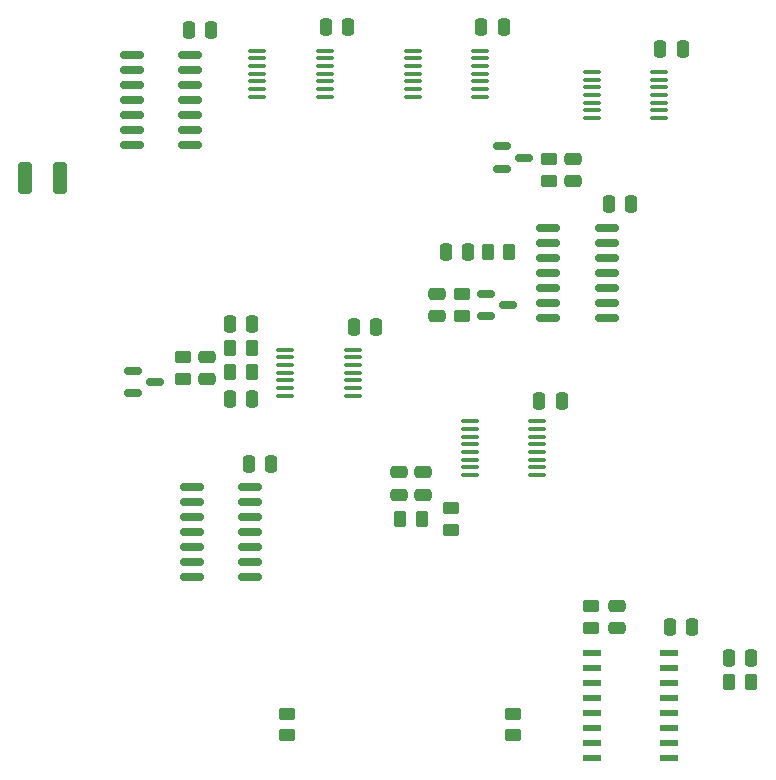
<source format=gbr>
%TF.GenerationSoftware,KiCad,Pcbnew,(6.0.9-0)*%
%TF.CreationDate,2022-11-17T19:03:50+01:00*%
%TF.ProjectId,shield,73686965-6c64-42e6-9b69-6361645f7063,1*%
%TF.SameCoordinates,PX3a2c940PY82a7440*%
%TF.FileFunction,Paste,Top*%
%TF.FilePolarity,Positive*%
%FSLAX46Y46*%
G04 Gerber Fmt 4.6, Leading zero omitted, Abs format (unit mm)*
G04 Created by KiCad (PCBNEW (6.0.9-0)) date 2022-11-17 19:03:50*
%MOMM*%
%LPD*%
G01*
G04 APERTURE LIST*
G04 Aperture macros list*
%AMRoundRect*
0 Rectangle with rounded corners*
0 $1 Rounding radius*
0 $2 $3 $4 $5 $6 $7 $8 $9 X,Y pos of 4 corners*
0 Add a 4 corners polygon primitive as box body*
4,1,4,$2,$3,$4,$5,$6,$7,$8,$9,$2,$3,0*
0 Add four circle primitives for the rounded corners*
1,1,$1+$1,$2,$3*
1,1,$1+$1,$4,$5*
1,1,$1+$1,$6,$7*
1,1,$1+$1,$8,$9*
0 Add four rect primitives between the rounded corners*
20,1,$1+$1,$2,$3,$4,$5,0*
20,1,$1+$1,$4,$5,$6,$7,0*
20,1,$1+$1,$6,$7,$8,$9,0*
20,1,$1+$1,$8,$9,$2,$3,0*%
G04 Aperture macros list end*
%ADD10RoundRect,0.250000X0.450000X-0.262500X0.450000X0.262500X-0.450000X0.262500X-0.450000X-0.262500X0*%
%ADD11RoundRect,0.100000X-0.637500X-0.100000X0.637500X-0.100000X0.637500X0.100000X-0.637500X0.100000X0*%
%ADD12RoundRect,0.250000X-0.250000X-0.475000X0.250000X-0.475000X0.250000X0.475000X-0.250000X0.475000X0*%
%ADD13RoundRect,0.250000X-0.475000X0.250000X-0.475000X-0.250000X0.475000X-0.250000X0.475000X0.250000X0*%
%ADD14RoundRect,0.150000X-0.825000X-0.150000X0.825000X-0.150000X0.825000X0.150000X-0.825000X0.150000X0*%
%ADD15RoundRect,0.250000X0.475000X-0.250000X0.475000X0.250000X-0.475000X0.250000X-0.475000X-0.250000X0*%
%ADD16RoundRect,0.150000X-0.587500X-0.150000X0.587500X-0.150000X0.587500X0.150000X-0.587500X0.150000X0*%
%ADD17RoundRect,0.137500X-0.662500X-0.137500X0.662500X-0.137500X0.662500X0.137500X-0.662500X0.137500X0*%
%ADD18RoundRect,0.250000X0.262500X0.450000X-0.262500X0.450000X-0.262500X-0.450000X0.262500X-0.450000X0*%
%ADD19RoundRect,0.250000X0.250000X0.475000X-0.250000X0.475000X-0.250000X-0.475000X0.250000X-0.475000X0*%
%ADD20RoundRect,0.250000X-0.262500X-0.450000X0.262500X-0.450000X0.262500X0.450000X-0.262500X0.450000X0*%
%ADD21RoundRect,0.250000X0.325000X1.100000X-0.325000X1.100000X-0.325000X-1.100000X0.325000X-1.100000X0*%
G04 APERTURE END LIST*
D10*
%TO.C,R3*%
X16050000Y36687500D03*
X16050000Y38512500D03*
%TD*%
D11*
%TO.C,U4*%
X50687500Y62650000D03*
X50687500Y62000000D03*
X50687500Y61350000D03*
X50687500Y60700000D03*
X50687500Y60050000D03*
X50687500Y59400000D03*
X50687500Y58750000D03*
X56412500Y58750000D03*
X56412500Y59400000D03*
X56412500Y60050000D03*
X56412500Y60700000D03*
X56412500Y61350000D03*
X56412500Y62000000D03*
X56412500Y62650000D03*
%TD*%
D10*
%TO.C,R10*%
X24900000Y6487500D03*
X24900000Y8312500D03*
%TD*%
D12*
%TO.C,C18*%
X16550000Y66200000D03*
X18450000Y66200000D03*
%TD*%
D13*
%TO.C,C14*%
X18150000Y38550000D03*
X18150000Y36650000D03*
%TD*%
D14*
%TO.C,U8*%
X11725000Y64110000D03*
X11725000Y62840000D03*
X11725000Y61570000D03*
X11725000Y60300000D03*
X11725000Y59030000D03*
X11725000Y57760000D03*
X11725000Y56490000D03*
X16675000Y56490000D03*
X16675000Y57760000D03*
X16675000Y59030000D03*
X16675000Y60300000D03*
X16675000Y61570000D03*
X16675000Y62840000D03*
X16675000Y64110000D03*
%TD*%
D15*
%TO.C,C9*%
X49100000Y53400000D03*
X49100000Y55300000D03*
%TD*%
D16*
%TO.C,Q1*%
X41762500Y43850000D03*
X41762500Y41950000D03*
X43637500Y42900000D03*
%TD*%
D12*
%TO.C,C4*%
X52150000Y51500000D03*
X54050000Y51500000D03*
%TD*%
D17*
%TO.C,U9*%
X50750000Y13445000D03*
X50750000Y12175000D03*
X50750000Y10905000D03*
X50750000Y9635000D03*
X50750000Y8365000D03*
X50750000Y7095000D03*
X50750000Y5825000D03*
X50750000Y4555000D03*
X57250000Y4555000D03*
X57250000Y5825000D03*
X57250000Y7095000D03*
X57250000Y8365000D03*
X57250000Y9635000D03*
X57250000Y10905000D03*
X57250000Y12175000D03*
X57250000Y13445000D03*
%TD*%
D11*
%TO.C,U2*%
X24737500Y39150000D03*
X24737500Y38500000D03*
X24737500Y37850000D03*
X24737500Y37200000D03*
X24737500Y36550000D03*
X24737500Y35900000D03*
X24737500Y35250000D03*
X30462500Y35250000D03*
X30462500Y35900000D03*
X30462500Y36550000D03*
X30462500Y37200000D03*
X30462500Y37850000D03*
X30462500Y38500000D03*
X30462500Y39150000D03*
%TD*%
D15*
%TO.C,C2*%
X36400000Y26850000D03*
X36400000Y28750000D03*
%TD*%
D14*
%TO.C,U5*%
X16825000Y27510000D03*
X16825000Y26240000D03*
X16825000Y24970000D03*
X16825000Y23700000D03*
X16825000Y22430000D03*
X16825000Y21160000D03*
X16825000Y19890000D03*
X21775000Y19890000D03*
X21775000Y21160000D03*
X21775000Y22430000D03*
X21775000Y23700000D03*
X21775000Y24970000D03*
X21775000Y26240000D03*
X21775000Y27510000D03*
%TD*%
D10*
%TO.C,R2*%
X38800000Y23887500D03*
X38800000Y25712500D03*
%TD*%
D16*
%TO.C,Q2*%
X43062500Y56350000D03*
X43062500Y54450000D03*
X44937500Y55400000D03*
%TD*%
D12*
%TO.C,C7*%
X21650000Y29500000D03*
X23550000Y29500000D03*
%TD*%
D14*
%TO.C,U1*%
X47025000Y49410000D03*
X47025000Y48140000D03*
X47025000Y46870000D03*
X47025000Y45600000D03*
X47025000Y44330000D03*
X47025000Y43060000D03*
X47025000Y41790000D03*
X51975000Y41790000D03*
X51975000Y43060000D03*
X51975000Y44330000D03*
X51975000Y45600000D03*
X51975000Y46870000D03*
X51975000Y48140000D03*
X51975000Y49410000D03*
%TD*%
D18*
%TO.C,R6*%
X43700000Y47400000D03*
X41875000Y47400000D03*
%TD*%
D15*
%TO.C,C8*%
X37600000Y41950000D03*
X37600000Y43850000D03*
%TD*%
D11*
%TO.C,U7*%
X35537500Y64450000D03*
X35537500Y63800000D03*
X35537500Y63150000D03*
X35537500Y62500000D03*
X35537500Y61850000D03*
X35537500Y61200000D03*
X35537500Y60550000D03*
X41262500Y60550000D03*
X41262500Y61200000D03*
X41262500Y61850000D03*
X41262500Y62500000D03*
X41262500Y63150000D03*
X41262500Y63800000D03*
X41262500Y64450000D03*
%TD*%
D18*
%TO.C,R1*%
X36312500Y24800000D03*
X34487500Y24800000D03*
%TD*%
D12*
%TO.C,C1*%
X46250000Y34800000D03*
X48150000Y34800000D03*
%TD*%
%TO.C,C6*%
X30550000Y41100000D03*
X32450000Y41100000D03*
%TD*%
%TO.C,C16*%
X41350000Y66500000D03*
X43250000Y66500000D03*
%TD*%
D19*
%TO.C,C13*%
X21950000Y41350000D03*
X20050000Y41350000D03*
%TD*%
D18*
%TO.C,R7*%
X21912500Y39300000D03*
X20087500Y39300000D03*
%TD*%
D19*
%TO.C,C10*%
X40250000Y47400000D03*
X38350000Y47400000D03*
%TD*%
D20*
%TO.C,R12*%
X62337500Y11000000D03*
X64162500Y11000000D03*
%TD*%
D10*
%TO.C,R5*%
X47050000Y53437500D03*
X47050000Y55262500D03*
%TD*%
D11*
%TO.C,U3*%
X40337500Y33075000D03*
X40337500Y32425000D03*
X40337500Y31775000D03*
X40337500Y31125000D03*
X40337500Y30475000D03*
X40337500Y29825000D03*
X40337500Y29175000D03*
X40337500Y28525000D03*
X46062500Y28525000D03*
X46062500Y29175000D03*
X46062500Y29825000D03*
X46062500Y30475000D03*
X46062500Y31125000D03*
X46062500Y31775000D03*
X46062500Y32425000D03*
X46062500Y33075000D03*
%TD*%
D20*
%TO.C,R8*%
X20087500Y37250000D03*
X21912500Y37250000D03*
%TD*%
D15*
%TO.C,C3*%
X34400000Y26850000D03*
X34400000Y28750000D03*
%TD*%
D12*
%TO.C,C5*%
X57300000Y15700000D03*
X59200000Y15700000D03*
%TD*%
%TO.C,C11*%
X56500000Y64600000D03*
X58400000Y64600000D03*
%TD*%
D21*
%TO.C,C17*%
X5675000Y53700000D03*
X2725000Y53700000D03*
%TD*%
D13*
%TO.C,C19*%
X52800000Y17450000D03*
X52800000Y15550000D03*
%TD*%
D10*
%TO.C,R11*%
X50650000Y17412500D03*
X50650000Y15587500D03*
%TD*%
D12*
%TO.C,C12*%
X28150000Y66500000D03*
X30050000Y66500000D03*
%TD*%
D19*
%TO.C,C15*%
X21950000Y34950000D03*
X20050000Y34950000D03*
%TD*%
%TO.C,C20*%
X64200000Y13050000D03*
X62300000Y13050000D03*
%TD*%
D16*
%TO.C,Q3*%
X11812500Y37350000D03*
X11812500Y35450000D03*
X13687500Y36400000D03*
%TD*%
D11*
%TO.C,U6*%
X22337500Y64450000D03*
X22337500Y63800000D03*
X22337500Y63150000D03*
X22337500Y62500000D03*
X22337500Y61850000D03*
X22337500Y61200000D03*
X22337500Y60550000D03*
X28062500Y60550000D03*
X28062500Y61200000D03*
X28062500Y61850000D03*
X28062500Y62500000D03*
X28062500Y63150000D03*
X28062500Y63800000D03*
X28062500Y64450000D03*
%TD*%
D10*
%TO.C,R9*%
X44000000Y6487500D03*
X44000000Y8312500D03*
%TD*%
%TO.C,R4*%
X39700000Y41987500D03*
X39700000Y43812500D03*
%TD*%
M02*

</source>
